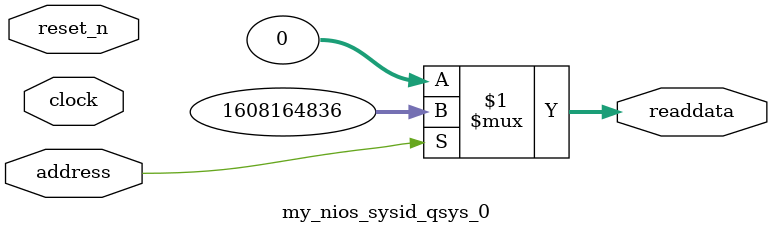
<source format=v>



// synthesis translate_off
`timescale 1ns / 1ps
// synthesis translate_on

// turn off superfluous verilog processor warnings 
// altera message_level Level1 
// altera message_off 10034 10035 10036 10037 10230 10240 10030 

module my_nios_sysid_qsys_0 (
               // inputs:
                address,
                clock,
                reset_n,

               // outputs:
                readdata
             )
;

  output  [ 31: 0] readdata;
  input            address;
  input            clock;
  input            reset_n;

  wire    [ 31: 0] readdata;
  //control_slave, which is an e_avalon_slave
  assign readdata = address ? 1608164836 : 0;

endmodule



</source>
